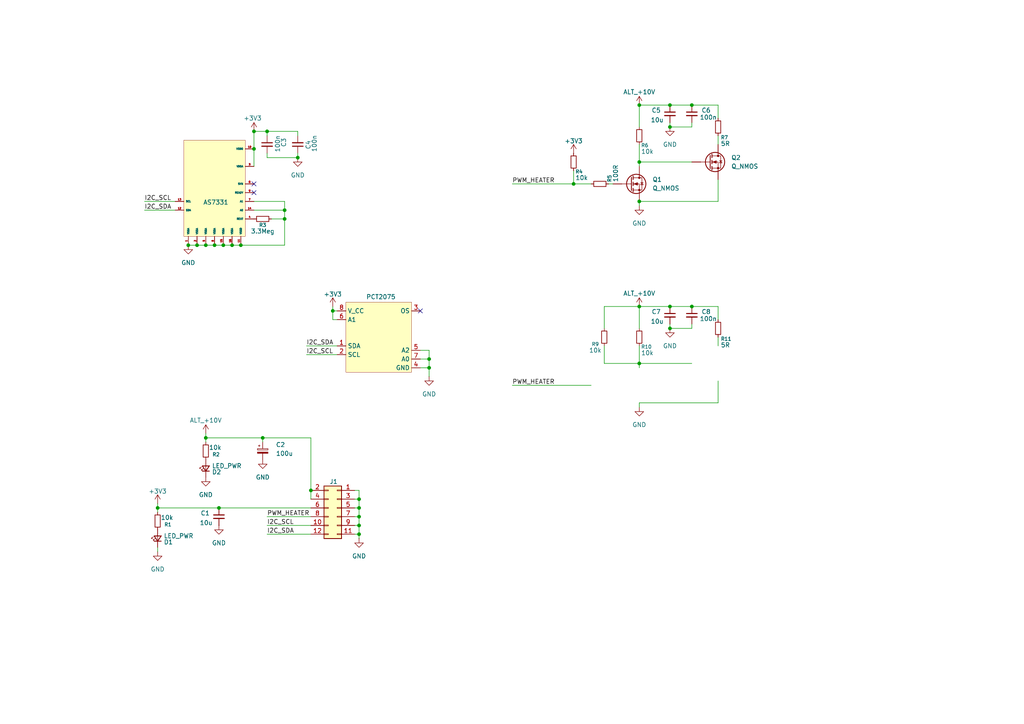
<source format=kicad_sch>
(kicad_sch (version 20250114) (generator "eeschema") (generator_version "9.0")
  (paper "A4")
  (lib_symbols
    (symbol "Connector_Generic:Conn_02x06_Odd_Even" (pin_names (offset 1.016) (hide yes))
      (property "Reference" "J" (at 1.27 7.62 0))
      (property "Value" "Conn_02x06_Odd_Even" (at 1.27 -10.16 0))
      (symbol "Conn_02x06_Odd_Even_1_1"
        (rectangle (start -1.27 6.35) (end 3.81 -8.89) (stroke (width 0.254)) (fill (type background)))
        (rectangle (start -1.27 5.207) (end 0 4.953) (stroke (width 0.1524)))
        (rectangle (start -1.27 2.667) (end 0 2.413) (stroke (width 0.1524)))
        (rectangle (start -1.27 0.127) (end 0 -0.127) (stroke (width 0.1524)))
        (rectangle (start -1.27 -2.413) (end 0 -2.667) (stroke (width 0.1524)))
        (rectangle (start -1.27 -4.953) (end 0 -5.207) (stroke (width 0.1524)))
        (rectangle (start -1.27 -7.493) (end 0 -7.747) (stroke (width 0.1524)))
        (rectangle (start 3.81 5.207) (end 2.54 4.953) (stroke (width 0.1524)))
        (rectangle (start 3.81 2.667) (end 2.54 2.413) (stroke (width 0.1524)))
        (rectangle (start 3.81 0.127) (end 2.54 -0.127) (stroke (width 0.1524)))
        (rectangle (start 3.81 -2.413) (end 2.54 -2.667) (stroke (width 0.1524)))
        (rectangle (start 3.81 -4.953) (end 2.54 -5.207) (stroke (width 0.1524)))
        (rectangle (start 3.81 -7.493) (end 2.54 -7.747) (stroke (width 0.1524)))
        (pin passive line (at -5.08 5.08 0) (length 3.81) (name "Pin_1") (number "1"))
        (pin passive line (at -5.08 2.54 0) (length 3.81) (name "Pin_3") (number "3"))
        (pin passive line (at -5.08 0 0) (length 3.81) (name "Pin_5") (number "5"))
        (pin passive line (at -5.08 -2.54 0) (length 3.81) (name "Pin_7") (number "7"))
        (pin passive line (at -5.08 -5.08 0) (length 3.81) (name "Pin_9") (number "9"))
        (pin passive line (at -5.08 -7.62 0) (length 3.81) (name "Pin_11") (number "11"))
        (pin passive line (at 7.62 5.08 180) (length 3.81) (name "Pin_2") (number "2"))
        (pin passive line (at 7.62 2.54 180) (length 3.81) (name "Pin_4") (number "4"))
        (pin passive line (at 7.62 0 180) (length 3.81) (name "Pin_6") (number "6"))
        (pin passive line (at 7.62 -2.54 180) (length 3.81) (name "Pin_8") (number "8"))
        (pin passive line (at 7.62 -5.08 180) (length 3.81) (name "Pin_10") (number "10"))
        (pin passive line (at 7.62 -7.62 180) (length 3.81) (name "Pin_12") (number "12"))
      )
    )
    (symbol "Device:C_Polarized_Small" (pin_numbers (hide yes)) (pin_names (offset 0.254) (hide yes))
      (property "Reference" "C" (at 0.254 1.778 0))
      (property "Value" "C_Polarized_Small" (at 0.254 -2.032 0))
      (symbol "C_Polarized_Small_0_1"
        (rectangle (start -1.524 0.6858) (end 1.524 0.3048))
        (rectangle (start -1.524 -0.3048) (end 1.524 -0.6858) (fill (type outline)))
        (polyline (pts (xy -1.27 1.524) (xy -0.762 1.524)))
        (polyline (pts (xy -1.016 1.27) (xy -1.016 1.778)))
      )
      (symbol "C_Polarized_Small_1_1"
        (pin passive line (at 0 2.54 270) (length 1.8542) (name "~") (number "1"))
        (pin passive line (at 0 -2.54 90) (length 1.8542) (name "~") (number "2"))
      )
    )
    (symbol "Device:C_Small" (pin_numbers (hide yes)) (pin_names (offset 0.254) (hide yes))
      (property "Reference" "C" (at 0.254 1.778 0))
      (property "Value" "C_Small" (at 0.254 -2.032 0))
      (symbol "C_Small_0_1"
        (polyline (pts (xy -1.524 0.508) (xy 1.524 0.508)) (stroke (width 0.3048)))
        (polyline (pts (xy -1.524 -0.508) (xy 1.524 -0.508)) (stroke (width 0.3302)))
      )
      (symbol "C_Small_1_1"
        (pin passive line (at 0 2.54 270) (length 2.032) (name "~") (number "1"))
        (pin passive line (at 0 -2.54 90) (length 2.032) (name "~") (number "2"))
      )
    )
    (symbol "Device:LED_Small" (pin_numbers (hide yes)) (pin_names (offset 0.254) (hide yes))
      (property "Reference" "D" (at -1.27 3.175 0))
      (property "Value" "LED_Small" (at -4.445 -2.54 0))
      (symbol "LED_Small_0_1"
        (polyline (pts (xy -0.762 -1.016) (xy -0.762 1.016)) (stroke (width 0.254)))
        (polyline (pts (xy 0 0.762) (xy -0.508 1.27) (xy -0.254 1.27) (xy -0.508 1.27) (xy -0.508 1.016)))
        (polyline (pts (xy 0.508 1.27) (xy 0 1.778) (xy 0.254 1.778) (xy 0 1.778) (xy 0 1.524)))
        (polyline (pts (xy 0.762 -1.016) (xy -0.762 0) (xy 0.762 1.016) (xy 0.762 -1.016)) (stroke (width 0.254)))
        (polyline (pts (xy 1.016 0) (xy -0.762 0)))
      )
      (symbol "LED_Small_1_1"
        (pin passive line (at -2.54 0 0) (length 1.778) (name "K") (number "1"))
        (pin passive line (at 2.54 0 180) (length 1.778) (name "A") (number "2"))
      )
    )
    (symbol "Device:Q_NMOS" (pin_numbers (hide yes)) (pin_names (offset 0) (hide yes))
      (property "Reference" "Q" (at 5.08 1.27 0))
      (property "Value" "Q_NMOS" (at 5.08 -1.27 0))
      (symbol "Q_NMOS_0_1"
        (polyline (pts (xy 0.254 1.905) (xy 0.254 -1.905)) (stroke (width 0.254)))
        (polyline (pts (xy 0.254 0) (xy -2.54 0)))
        (polyline (pts (xy 0.762 2.286) (xy 0.762 1.27)) (stroke (width 0.254)))
        (polyline (pts (xy 0.762 0.508) (xy 0.762 -0.508)) (stroke (width 0.254)))
        (polyline (pts (xy 0.762 -1.27) (xy 0.762 -2.286)) (stroke (width 0.254)))
        (polyline (pts (xy 0.762 -1.778) (xy 3.302 -1.778) (xy 3.302 1.778) (xy 0.762 1.778)))
        (polyline (pts (xy 1.016 0) (xy 2.032 0.381) (xy 2.032 -0.381) (xy 1.016 0)) (fill (type outline)))
        (circle (center 1.651 0) (radius 2.794) (stroke (width 0.254)))
        (polyline (pts (xy 2.54 2.54) (xy 2.54 1.778)))
        (circle (center 2.54 1.778) (radius 0.254) (fill (type outline)))
        (circle (center 2.54 -1.778) (radius 0.254) (fill (type outline)))
        (polyline (pts (xy 2.54 -2.54) (xy 2.54 0) (xy 0.762 0)))
        (polyline (pts (xy 2.921 0.381) (xy 3.683 0.381)))
        (polyline (pts (xy 3.302 0.381) (xy 2.921 -0.254) (xy 3.683 -0.254) (xy 3.302 0.381)))
      )
      (symbol "Q_NMOS_1_1"
        (pin input line (at -5.08 0 0) (length 2.54) (name "G") (number "G"))
        (pin passive line (at 2.54 5.08 270) (length 2.54) (name "D") (number "D"))
        (pin passive line (at 2.54 -5.08 90) (length 2.54) (name "S") (number "S"))
      )
    )
    (symbol "Device:R_Small" (pin_numbers (hide yes)) (pin_names (offset 0.254) (hide yes))
      (property "Reference" "R" (at 0 0 90))
      (property "Value" "R_Small" (at 1.778 0 90))
      (symbol "R_Small_0_1"
        (rectangle (start -0.762 1.778) (end 0.762 -1.778) (stroke (width 0.2032)))
      )
      (symbol "R_Small_1_1"
        (pin passive line (at 0 2.54 270) (length 0.762) (name "~") (number "1"))
        (pin passive line (at 0 -2.54 90) (length 0.762) (name "~") (number "2"))
      )
    )
    (symbol "SO_Symbols:AS7331-AQFM"
      (property "Value" "AS7331" (at -3.302 -0.254 0))
      (symbol "AS7331-AQFM_1_1"
        (rectangle (start -8.89 17.78) (end 8.89 -10.16) (stroke (width 0.0065)) (fill (type background)))
        (pin input line (at -11.43 0 0) (length 2.54) (name "SCL") (number "13"))
        (pin open_collector line (at -11.43 -2.54 0) (length 2.54) (name "SDA") (number "12"))
        (pin power_in line (at -7.62 -12.7 90) (length 2.54) (name "VSSA") (number "1"))
        (pin power_in line (at -5.08 -12.7 90) (length 2.54) (name "VSSA") (number "2"))
        (pin power_in line (at -2.54 -12.7 90) (length 2.54) (name "VSSA") (number "5"))
        (pin power_in line (at 0 -12.7 90) (length 2.54) (name "VSSA") (number "6"))
        (pin power_in line (at 2.54 -12.7 90) (length 2.54) (name "VSSA") (number "15"))
        (pin power_in line (at 5.08 -12.7 90) (length 2.54) (name "VSSA") (number "16"))
        (pin power_in line (at 7.62 -12.7 90) (length 2.54) (name "VSSD") (number "11"))
        (pin power_in line (at 11.43 15.24 180) (length 2.54) (name "VDDD") (number "10"))
        (pin power_in line (at 11.43 10.16 180) (length 2.54) (name "VDDA") (number "3"))
        (pin input line (at 11.43 5.08 180) (length 2.54) (name "SYN") (number "8"))
        (pin output line (at 11.43 2.54 180) (length 2.54) (name "READY") (number "9"))
        (pin input line (at 11.43 0 180) (length 2.54) (name "A1") (number "7"))
        (pin input line (at 11.43 -2.54 180) (length 2.54) (name "A0") (number "14"))
        (pin passive line (at 11.43 -5.08 180) (length 2.54) (name "REXT") (number "4"))
      )
    )
    (symbol "power:+10V" (power) (pin_numbers (hide yes)) (pin_names (offset 0) (hide yes))
      (property "Value" "+10V" (at 0 3.556 0))
      (symbol "+10V_0_1"
        (polyline (pts (xy -0.762 1.27) (xy 0 2.54)))
        (polyline (pts (xy 0 2.54) (xy 0.762 1.27)))
        (polyline (pts (xy 0 0) (xy 0 2.54)))
      )
      (symbol "+10V_1_1"
        (pin power_in line (at 0 0 90) (length 0) (name "~") (number "1"))
      )
    )
    (symbol "power:+3V3" (power) (pin_numbers (hide yes)) (pin_names (offset 0) (hide yes))
      (property "Value" "+3V3" (at 0 3.556 0))
      (symbol "+3V3_0_1"
        (polyline (pts (xy -0.762 1.27) (xy 0 2.54)))
        (polyline (pts (xy 0 2.54) (xy 0.762 1.27)))
        (polyline (pts (xy 0 0) (xy 0 2.54)))
      )
      (symbol "+3V3_1_1"
        (pin power_in line (at 0 0 90) (length 0) (name "~") (number "1"))
      )
    )
    (symbol "power:GND" (power) (pin_numbers (hide yes)) (pin_names (offset 0) (hide yes))
      (property "Value" "GND" (at 0 -3.81 0))
      (symbol "GND_0_1"
        (polyline (pts (xy 0 0) (xy 0 -1.27) (xy 1.27 -1.27) (xy 0 -2.54) (xy -1.27 -1.27) (xy 0 -1.27)))
      )
      (symbol "GND_1_1"
        (pin power_in line (at 0 0 270) (length 0) (name "~") (number "1"))
      )
    )
    (symbol "so_26_obc_library:PCT2075"
      (property "Value" "PCT2075" (at 0.254 19.812 0))
      (symbol "PCT2075_1_1"
        (rectangle (start -8.89 22.86) (end 10.16 2.54) (stroke (width 0.0065)) (fill (type background)))
        (pin power_in line (at -11.43 20.32 0) (length 2.54) (name "V_CC") (number "8"))
        (pin input line (at -11.43 17.78 0) (length 2.54) (name "A1") (number "6"))
        (pin input line (at -11.43 10.16 0) (length 2.54) (name "SDA") (number "1"))
        (pin input line (at -11.43 7.62 0) (length 2.54) (name "SCL") (number "2"))
        (pin input line (at 12.7 20.32 180) (length 2.54) (name "OS") (number "3"))
        (pin input line (at 12.7 8.89 180) (length 2.54) (name "A2") (number "5"))
        (pin input line (at 12.7 6.35 180) (length 2.54) (name "A0") (number "7"))
        (pin input line (at 12.7 3.81 180) (length 2.54) (name "GND") (number "4"))
      )
    )
  )
  (junction (at 62.23 71.12))
  (junction (at 194.31 88.9))
  (junction (at 69.85 71.12))
  (junction (at 185.42 105.41))
  (junction (at 200.66 88.9))
  (junction (at 194.31 36.83))
  (junction (at 104.14 152.4))
  (junction (at 59.69 127))
  (junction (at 54.61 71.12))
  (junction (at 76.2 127))
  (junction (at 73.66 38.1))
  (junction (at 104.14 149.86))
  (junction (at 90.17 142.24))
  (junction (at 185.42 58.42))
  (junction (at 57.15 71.12))
  (junction (at 64.77 71.12))
  (junction (at 86.36 45.72))
  (junction (at 185.42 30.48))
  (junction (at 82.55 63.5))
  (junction (at 185.42 88.9))
  (junction (at 104.14 144.78))
  (junction (at 104.14 154.94))
  (junction (at 77.47 38.1))
  (junction (at 185.42 46.99))
  (junction (at 67.31 71.12))
  (junction (at 59.69 71.12))
  (junction (at 73.66 43.18))
  (junction (at 45.72 147.32))
  (junction (at 96.52 90.17))
  (junction (at 194.31 30.48))
  (junction (at 82.55 60.96))
  (junction (at 124.46 106.68))
  (junction (at 63.5 147.32))
  (junction (at 166.37 53.34))
  (junction (at 200.66 30.48))
  (junction (at 104.14 147.32))
  (junction (at 124.46 104.14))
  (junction (at 194.31 95.25))
  (no_connect (at 73.66 55.88))
  (no_connect (at 121.92 90.17))
  (no_connect (at 73.66 53.34))
  (wire (pts (xy 104.14 154.94) (xy 104.14 156.21)))
  (wire (pts (xy 185.42 58.42) (xy 185.42 59.69)))
  (wire (pts (xy 67.31 71.12) (xy 69.85 71.12)))
  (wire (pts (xy 185.42 46.99) (xy 200.66 46.99)))
  (wire (pts (xy 194.31 35.56) (xy 194.31 36.83)))
  (wire (pts (xy 63.5 147.32) (xy 90.17 147.32)))
  (wire (pts (xy 77.47 154.94) (xy 90.17 154.94)))
  (wire (pts (xy 208.28 41.91) (xy 208.28 39.37)))
  (wire (pts (xy 194.31 95.25) (xy 200.66 95.25)))
  (wire (pts (xy 175.26 88.9) (xy 175.26 95.25)))
  (wire (pts (xy 121.92 104.14) (xy 124.46 104.14)))
  (wire (pts (xy 121.92 106.68) (xy 124.46 106.68)))
  (wire (pts (xy 185.42 100.33) (xy 185.42 105.41)))
  (wire (pts (xy 104.14 152.4) (xy 104.14 154.94)))
  (wire (pts (xy 185.42 105.41) (xy 200.66 105.41)))
  (wire (pts (xy 77.47 45.72) (xy 77.47 44.45)))
  (wire (pts (xy 194.31 88.9) (xy 200.66 88.9)))
  (wire (pts (xy 104.14 144.78) (xy 104.14 147.32)))
  (wire (pts (xy 96.52 92.71) (xy 96.52 90.17)))
  (wire (pts (xy 208.28 58.42) (xy 185.42 58.42)))
  (wire (pts (xy 104.14 149.86) (xy 104.14 152.4)))
  (wire (pts (xy 175.26 100.33) (xy 175.26 105.41)))
  (wire (pts (xy 185.42 46.99) (xy 185.42 48.26)))
  (wire (pts (xy 82.55 63.5) (xy 82.55 71.12)))
  (wire (pts (xy 185.42 41.91) (xy 185.42 46.99)))
  (wire (pts (xy 45.72 147.32) (xy 63.5 147.32)))
  (wire (pts (xy 82.55 60.96) (xy 82.55 63.5)))
  (wire (pts (xy 82.55 58.42) (xy 82.55 60.96)))
  (wire (pts (xy 78.74 63.5) (xy 82.55 63.5)))
  (wire (pts (xy 88.9 100.33) (xy 97.79 100.33)))
  (wire (pts (xy 102.87 149.86) (xy 104.14 149.86)))
  (wire (pts (xy 185.42 88.9) (xy 175.26 88.9)))
  (wire (pts (xy 73.66 43.18) (xy 73.66 48.26)))
  (wire (pts (xy 59.69 125.73) (xy 59.69 127)))
  (wire (pts (xy 200.66 88.9) (xy 208.28 88.9)))
  (wire (pts (xy 64.77 71.12) (xy 67.31 71.12)))
  (wire (pts (xy 185.42 116.84) (xy 185.42 118.11)))
  (wire (pts (xy 102.87 154.94) (xy 104.14 154.94)))
  (wire (pts (xy 57.15 71.12) (xy 59.69 71.12)))
  (wire (pts (xy 200.66 35.56) (xy 200.66 36.83)))
  (wire (pts (xy 90.17 142.24) (xy 90.17 144.78)))
  (wire (pts (xy 208.28 52.07) (xy 208.28 58.42)))
  (wire (pts (xy 54.61 71.12) (xy 57.15 71.12)))
  (wire (pts (xy 73.66 38.1) (xy 73.66 43.18)))
  (wire (pts (xy 45.72 147.32) (xy 45.72 148.59)))
  (wire (pts (xy 86.36 39.37) (xy 86.36 38.1)))
  (wire (pts (xy 208.28 116.84) (xy 185.42 116.84)))
  (wire (pts (xy 102.87 147.32) (xy 104.14 147.32)))
  (wire (pts (xy 102.87 144.78) (xy 104.14 144.78)))
  (wire (pts (xy 121.92 101.6) (xy 124.46 101.6)))
  (wire (pts (xy 59.69 71.12) (xy 62.23 71.12)))
  (wire (pts (xy 185.42 95.25) (xy 185.42 88.9)))
  (wire (pts (xy 77.47 38.1) (xy 77.47 39.37)))
  (wire (pts (xy 77.47 38.1) (xy 73.66 38.1)))
  (wire (pts (xy 41.91 60.96) (xy 50.8 60.96)))
  (wire (pts (xy 148.59 111.76) (xy 171.45 111.76)))
  (wire (pts (xy 166.37 53.34) (xy 171.45 53.34)))
  (wire (pts (xy 200.66 30.48) (xy 208.28 30.48)))
  (wire (pts (xy 90.17 127) (xy 90.17 142.24)))
  (wire (pts (xy 185.42 36.83) (xy 185.42 30.48)))
  (wire (pts (xy 124.46 104.14) (xy 124.46 106.68)))
  (wire (pts (xy 208.28 30.48) (xy 208.28 34.29)))
  (wire (pts (xy 76.2 128.27) (xy 76.2 127)))
  (wire (pts (xy 77.47 149.86) (xy 90.17 149.86)))
  (wire (pts (xy 62.23 71.12) (xy 64.77 71.12)))
  (wire (pts (xy 77.47 152.4) (xy 90.17 152.4)))
  (wire (pts (xy 88.9 102.87) (xy 97.79 102.87)))
  (wire (pts (xy 208.28 100.33) (xy 208.28 97.79)))
  (wire (pts (xy 41.91 58.42) (xy 50.8 58.42)))
  (wire (pts (xy 59.69 127) (xy 76.2 127)))
  (wire (pts (xy 194.31 36.83) (xy 200.66 36.83)))
  (wire (pts (xy 86.36 45.72) (xy 86.36 44.45)))
  (wire (pts (xy 176.53 53.34) (xy 177.8 53.34)))
  (wire (pts (xy 104.14 147.32) (xy 104.14 149.86)))
  (wire (pts (xy 200.66 93.98) (xy 200.66 95.25)))
  (wire (pts (xy 96.52 90.17) (xy 96.52 88.9)))
  (wire (pts (xy 148.59 53.34) (xy 166.37 53.34)))
  (wire (pts (xy 194.31 93.98) (xy 194.31 95.25)))
  (wire (pts (xy 185.42 88.9) (xy 194.31 88.9)))
  (wire (pts (xy 77.47 45.72) (xy 86.36 45.72)))
  (wire (pts (xy 185.42 30.48) (xy 194.31 30.48)))
  (wire (pts (xy 82.55 71.12) (xy 69.85 71.12)))
  (wire (pts (xy 104.14 142.24) (xy 104.14 144.78)))
  (wire (pts (xy 194.31 30.48) (xy 200.66 30.48)))
  (wire (pts (xy 86.36 38.1) (xy 77.47 38.1)))
  (wire (pts (xy 97.79 92.71) (xy 96.52 92.71)))
  (wire (pts (xy 102.87 142.24) (xy 104.14 142.24)))
  (wire (pts (xy 102.87 152.4) (xy 104.14 152.4)))
  (wire (pts (xy 45.72 146.05) (xy 45.72 147.32)))
  (wire (pts (xy 124.46 101.6) (xy 124.46 104.14)))
  (wire (pts (xy 73.66 60.96) (xy 82.55 60.96)))
  (wire (pts (xy 166.37 49.53) (xy 166.37 53.34)))
  (wire (pts (xy 185.42 105.41) (xy 185.42 106.68)))
  (wire (pts (xy 208.28 110.49) (xy 208.28 116.84)))
  (wire (pts (xy 76.2 127) (xy 90.17 127)))
  (wire (pts (xy 124.46 106.68) (xy 124.46 109.22)))
  (wire (pts (xy 59.69 128.27) (xy 59.69 127)))
  (wire (pts (xy 73.66 58.42) (xy 82.55 58.42)))
  (wire (pts (xy 45.72 158.75) (xy 45.72 160.02)))
  (wire (pts (xy 208.28 88.9) (xy 208.28 92.71)))
  (wire (pts (xy 175.26 105.41) (xy 185.42 105.41)))
  (wire (pts (xy 96.52 90.17) (xy 97.79 90.17)))
  (label "I2C_SDA" (at 88.9 100.33 0))
  (label "I2C_SDA" (at 77.47 154.94 0))
  (label "I2C_SCL" (at 88.9 102.87 0))
  (label "I2C_SCL" (at 77.47 152.4 0))
  (label "I2C_SDA" (at 41.91 60.96 0))
  (label "PWM_HEATER" (at 148.59 53.34 0))
  (label "PWM_HEATER" (at 148.59 111.76 0))
  (label "PWM_HEATER" (at 77.47 149.86 0))
  (label "I2C_SCL" (at 41.91 58.42 0))
  (symbol (lib_id "power:+10V") (at 185.42 88.9 0) (unit 1)
    (property "Reference" "#PWR018" (effects (hide yes)))
    (property "Value" "ALT_+10V" (at 185.42 85.09 0))
    (property "Description" "Power symbol creates a global label with name \"+10V\"" (effects (hide yes)))
  )
  (symbol (lib_id "Connector_Generic:Conn_02x06_Odd_Even") (at 97.79 147.32 0) (mirror y) (unit 1)
    (property "Reference" "J1" (at 96.774 139.7 0))
    (property "Value" "Conn_02x06_Odd_Even" (effects (hide yes)))
    (property "Footprint" "Connector_PinSocket_2.54mm:PinSocket_2x06_P2.54mm_Vertical" (effects (hide yes)))
    (property "Description" "Generic connector, double row, 02x06, odd/even pin numbering scheme (row 1 odd numbers, row 2 even numbers), script generated (kicad-library-utils/schlib/autogen/connector/)" (effects (hide yes)))
  )
  (symbol (lib_id "Device:R_Small") (at 208.28 36.83 0) (unit 1)
    (property "Reference" "R7" (at 209.042 39.878 0) (effects (font (size 1.016 1.016)) (justify left)))
    (property "Value" "5R" (at 209.042 41.656 0) (effects (justify left)))
    (property "Description" "Resistor, small symbol" (effects (hide yes)))
  )
  (symbol (lib_id "power:GND") (at 59.69 138.43 0) (unit 1)
    (property "Reference" "#PWR05" (effects (hide yes)))
    (property "Value" "GND" (at 59.69 143.51 0))
    (property "Description" "Power symbol creates a global label with name \"GND\" , ground" (effects (hide yes)))
  )
  (symbol (lib_id "Device:LED_Small") (at 59.69 135.89 90) (unit 1)
    (property "Reference" "D2" (at 61.468 136.906 90) (effects (justify right)))
    (property "Value" "LED_PWR" (at 61.468 135.128 90) (effects (justify right)))
    (property "Footprint" "LED_SMD:LED_0805_2012Metric_Pad1.15x1.40mm_HandSolder" (effects (hide yes)))
    (property "Description" "Light emitting diode, small symbol" (effects (hide yes)))
    (property "Sim.Pin" "1=K 2=A" (effects (hide yes)))
  )
  (symbol (lib_id "power:+3V3") (at 96.52 88.9 0) (unit 1)
    (property "Reference" "#PWR010" (effects (hide yes)))
    (property "Value" "+3V3" (at 96.52 85.344 0))
    (property "Description" "Power symbol creates a global label with name \"+3V3\"" (effects (hide yes)))
  )
  (symbol (lib_id "power:+10V") (at 185.42 30.48 0) (unit 1)
    (property "Reference" "#PWR014" (effects (hide yes)))
    (property "Value" "ALT_+10V" (at 185.42 26.67 0))
    (property "Description" "Power symbol creates a global label with name \"+10V\"" (effects (hide yes)))
  )
  (symbol (lib_id "Device:C_Small") (at 200.66 91.44 0) (unit 1)
    (property "Reference" "C8" (at 203.454 90.424 0) (effects (justify left)))
    (property "Value" "100n" (at 202.946 92.456 0) (effects (justify left)))
    (property "Footprint" "Capacitor_SMD:C_0805_2012Metric_Pad1.18x1.45mm_HandSolder" (effects (hide yes)))
    (property "Description" "Unpolarized capacitor, small symbol" (effects (hide yes)))
  )
  (symbol (lib_id "power:+3V3") (at 73.66 38.1 0) (unit 1)
    (property "Reference" "#PWR07" (effects (hide yes)))
    (property "Value" "+3V3" (at 70.612 34.29 0) (effects (justify left)))
    (property "Description" "Power symbol creates a global label with name \"+3V3\"" (effects (hide yes)))
  )
  (symbol (lib_id "power:GND") (at 86.36 45.72 0) (unit 1)
    (property "Reference" "#PWR09" (effects (hide yes)))
    (property "Value" "GND" (at 86.36 50.8 0))
    (property "Description" "Power symbol creates a global label with name \"GND\" , ground" (effects (hide yes)))
  )
  (symbol (lib_id "power:+3V3") (at 166.37 44.45 0) (unit 1)
    (property "Reference" "#PWR013" (effects (hide yes)))
    (property "Value" "+3V3" (at 166.37 40.894 0))
    (property "Description" "Power symbol creates a global label with name \"+3V3\"" (effects (hide yes)))
  )
  (symbol (lib_id "Device:C_Polarized_Small") (at 76.2 130.81 0) (unit 1)
    (property "Reference" "C2" (at 80.01 128.9938 0) (effects (justify left)))
    (property "Value" "100u" (at 80.01 131.5338 0) (effects (justify left)))
    (property "Footprint" "Capacitor_THT:CP_Radial_D6.3mm_P2.50mm" (effects (hide yes)))
    (property "Description" "Polarized capacitor, small symbol" (effects (hide yes)))
  )
  (symbol (lib_id "Device:R_Small") (at 185.42 97.79 0) (unit 1)
    (property "Reference" "R10" (at 185.928 100.584 0) (effects (font (size 1.016 1.016)) (justify left)))
    (property "Value" "10k" (at 185.928 102.362 0) (effects (justify left)))
    (property "Footprint" "Resistor_SMD:R_0805_2012Metric_Pad1.20x1.40mm_HandSolder" (effects (hide yes)))
    (property "Description" "Resistor, small symbol" (effects (hide yes)))
  )
  (symbol (lib_id "Device:C_Small") (at 63.5 149.86 0) (unit 1)
    (property "Reference" "C1" (at 58.166 148.844 0) (effects (justify left)))
    (property "Value" "10u" (at 57.912 151.638 0) (effects (justify left)))
    (property "Footprint" "Capacitor_SMD:C_1206_3216Metric_Pad1.33x1.80mm_HandSolder" (effects (hide yes)))
    (property "Description" "Unpolarized capacitor, small symbol" (effects (hide yes)))
  )
  (symbol (lib_id "Device:Q_NMOS") (at 205.74 46.99 0) (unit 1)
    (property "Reference" "Q2" (at 212.09 45.7199 0) (effects (justify left)))
    (property "Value" "Q_NMOS" (at 212.09 48.2599 0) (effects (justify left)))
    (property "Description" "N-MOSFET transistor" (effects (hide yes)))
  )
  (symbol (lib_id "SO_Symbols:AS7331-AQFM") (at 62.23 58.42 0) (unit 1)
    (property "Reference" "U1" (effects (hide yes)))
    (property "Value" "AS7331" (at 58.928 58.674 0) (effects (justify left)))
    (property "Datasheet" "https://no.mouser.com/datasheet/3/5912/1/AS7331_DS001047_4_00.pdf" (effects (hide yes)))
  )
  (symbol (lib_id "Device:R_Small") (at 175.26 97.79 180) (unit 1)
    (property "Reference" "R9" (at 173.736 99.822 0) (effects (font (size 1.016 1.016)) (justify left)))
    (property "Value" "10k" (at 174.498 101.6 0) (effects (justify left)))
    (property "Footprint" "Resistor_SMD:R_0805_2012Metric_Pad1.20x1.40mm_HandSolder" (effects (hide yes)))
    (property "Description" "Resistor, small symbol" (effects (hide yes)))
  )
  (symbol (lib_id "Device:C_Small") (at 194.31 33.02 0) (unit 1)
    (property "Reference" "C5" (at 188.976 32.004 0) (effects (justify left)))
    (property "Value" "10u" (at 188.722 34.798 0) (effects (justify left)))
    (property "Footprint" "Capacitor_SMD:C_1206_3216Metric_Pad1.33x1.80mm_HandSolder" (effects (hide yes)))
    (property "Description" "Unpolarized capacitor, small symbol" (effects (hide yes)))
  )
  (symbol (lib_id "Device:LED_Small") (at 45.72 156.21 90) (unit 1)
    (property "Reference" "D1" (at 47.498 157.226 90) (effects (justify right)))
    (property "Value" "LED_PWR" (at 47.498 155.448 90) (effects (justify right)))
    (property "Footprint" "LED_SMD:LED_0805_2012Metric_Pad1.15x1.40mm_HandSolder" (effects (hide yes)))
    (property "Description" "Light emitting diode, small symbol" (effects (hide yes)))
    (property "Sim.Pin" "1=K 2=A" (effects (hide yes)))
  )
  (symbol (lib_id "power:GND") (at 45.72 160.02 0) (unit 1)
    (property "Reference" "#PWR02" (effects (hide yes)))
    (property "Value" "GND" (at 45.72 165.1 0))
    (property "Description" "Power symbol creates a global label with name \"GND\" , ground" (effects (hide yes)))
  )
  (symbol (lib_id "power:+3V3") (at 45.72 146.05 0) (unit 1)
    (property "Reference" "#PWR01" (effects (hide yes)))
    (property "Value" "+3V3" (at 45.72 142.494 0))
    (property "Description" "Power symbol creates a global label with name \"+3V3\"" (effects (hide yes)))
  )
  (symbol (lib_id "Device:C_Small") (at 86.36 41.91 180) (unit 1)
    (property "Reference" "C4" (at 89.408 40.64 90) (effects (justify left)))
    (property "Value" "100n" (at 91.186 39.116 90) (effects (justify left)))
    (property "Footprint" "Capacitor_SMD:C_0805_2012Metric_Pad1.18x1.45mm_HandSolder" (effects (hide yes)))
    (property "Description" "Unpolarized capacitor, small symbol" (effects (hide yes)))
  )
  (symbol (lib_id "power:GND") (at 194.31 36.83 0) (unit 1)
    (property "Reference" "#PWR016" (effects (hide yes)))
    (property "Value" "GND" (at 194.31 41.91 0))
    (property "Description" "Power symbol creates a global label with name \"GND\" , ground" (effects (hide yes)))
  )
  (symbol (lib_id "so_26_obc_library:PCT2075") (at 109.22 110.49 0) (unit 1)
    (property "Reference" "U2" (effects (hide yes)))
    (property "Value" "PCT2075" (at 110.49 86.106 0))
    (property "Footprint" "Package_SO:TSSOP-8_3x3mm_P0.65mm" (effects (hide yes)))
    (property "Datasheet" "https://www.nxp.com/docs/en/data-sheet/PCT2075.pdf" (effects (hide yes)))
  )
  (symbol (lib_id "Device:C_Small") (at 194.31 91.44 0) (unit 1)
    (property "Reference" "C7" (at 188.976 90.424 0) (effects (justify left)))
    (property "Value" "10u" (at 188.722 93.218 0) (effects (justify left)))
    (property "Footprint" "Capacitor_SMD:C_1206_3216Metric_Pad1.33x1.80mm_HandSolder" (effects (hide yes)))
    (property "Description" "Unpolarized capacitor, small symbol" (effects (hide yes)))
  )
  (symbol (lib_id "Device:R_Small") (at 76.2 63.5 90) (unit 1)
    (property "Reference" "R3" (at 76.2 65.278 90) (effects (font (size 1.016 1.016))))
    (property "Value" "3.3Meg" (at 76.2 67.056 90))
    (property "Footprint" "Resistor_SMD:R_0805_2012Metric_Pad1.20x1.40mm_HandSolder" (effects (hide yes)))
    (property "Description" "Resistor, small symbol" (effects (hide yes)))
  )
  (symbol (lib_id "Device:R_Small") (at 173.99 53.34 90) (unit 1)
    (property "Reference" "R5" (at 176.784 52.832 0) (effects (font (size 1.016 1.016)) (justify left)))
    (property "Value" "100R" (at 178.562 52.832 0) (effects (justify left)))
    (property "Footprint" "Resistor_SMD:R_0805_2012Metric_Pad1.20x1.40mm_HandSolder" (effects (hide yes)))
    (property "Description" "Resistor, small symbol" (effects (hide yes)))
  )
  (symbol (lib_id "power:GND") (at 124.46 109.22 0) (unit 1)
    (property "Reference" "#PWR012" (effects (hide yes)))
    (property "Value" "GND" (at 124.46 114.3 0))
    (property "Description" "Power symbol creates a global label with name \"GND\" , ground" (effects (hide yes)))
  )
  (symbol (lib_id "power:GND") (at 76.2 133.35 0) (unit 1)
    (property "Reference" "#PWR08" (effects (hide yes)))
    (property "Value" "GND" (at 76.2 138.43 0))
    (property "Description" "Power symbol creates a global label with name \"GND\" , ground" (effects (hide yes)))
  )
  (symbol (lib_id "Device:R_Small") (at 59.69 130.81 180) (unit 1)
    (property "Reference" "R2" (at 63.754 131.826 0) (effects (font (size 1.016 1.016)) (justify left)))
    (property "Value" "10k" (at 64.262 129.794 0) (effects (justify left)))
    (property "Footprint" "Resistor_SMD:R_0805_2012Metric_Pad1.20x1.40mm_HandSolder" (effects (hide yes)))
    (property "Description" "Resistor, small symbol" (effects (hide yes)))
  )
  (symbol (lib_id "power:GND") (at 194.31 95.25 0) (unit 1)
    (property "Reference" "#PWR020" (effects (hide yes)))
    (property "Value" "GND" (at 194.31 100.33 0))
    (property "Description" "Power symbol creates a global label with name \"GND\" , ground" (effects (hide yes)))
  )
  (symbol (lib_id "power:GND") (at 54.61 71.12 0) (unit 1)
    (property "Reference" "#PWR03" (effects (hide yes)))
    (property "Value" "GND" (at 54.61 76.2 0))
    (property "Description" "Power symbol creates a global label with name \"GND\" , ground" (effects (hide yes)))
  )
  (symbol (lib_id "Device:R_Small") (at 185.42 39.37 0) (unit 1)
    (property "Reference" "R6" (at 185.928 42.164 0) (effects (font (size 1.016 1.016)) (justify left)))
    (property "Value" "10k" (at 185.928 43.942 0) (effects (justify left)))
    (property "Footprint" "Resistor_SMD:R_0805_2012Metric_Pad1.20x1.40mm_HandSolder" (effects (hide yes)))
    (property "Description" "Resistor, small symbol" (effects (hide yes)))
  )
  (symbol (lib_id "power:GND") (at 104.14 156.21 0) (unit 1)
    (property "Reference" "#PWR011" (effects (hide yes)))
    (property "Value" "GND" (at 104.14 161.29 0))
    (property "Description" "Power symbol creates a global label with name \"GND\" , ground" (effects (hide yes)))
  )
  (symbol (lib_id "Device:C_Small") (at 200.66 33.02 0) (unit 1)
    (property "Reference" "C6" (at 203.454 32.004 0) (effects (justify left)))
    (property "Value" "100n" (at 202.946 34.036 0) (effects (justify left)))
    (property "Footprint" "Capacitor_SMD:C_0805_2012Metric_Pad1.18x1.45mm_HandSolder" (effects (hide yes)))
    (property "Description" "Unpolarized capacitor, small symbol" (effects (hide yes)))
  )
  (symbol (lib_id "power:GND") (at 185.42 59.69 0) (unit 1)
    (property "Reference" "#PWR015" (effects (hide yes)))
    (property "Value" "GND" (at 185.42 64.77 0))
    (property "Description" "Power symbol creates a global label with name \"GND\" , ground" (effects (hide yes)))
  )
  (symbol (lib_id "power:GND") (at 63.5 152.4 0) (unit 1)
    (property "Reference" "#PWR06" (effects (hide yes)))
    (property "Value" "GND" (at 63.5 157.48 0))
    (property "Description" "Power symbol creates a global label with name \"GND\" , ground" (effects (hide yes)))
  )
  (symbol (lib_id "Device:R_Small") (at 45.72 151.13 180) (unit 1)
    (property "Reference" "R1" (at 49.784 152.146 0) (effects (font (size 1.016 1.016)) (justify left)))
    (property "Value" "10k" (at 50.292 150.114 0) (effects (justify left)))
    (property "Footprint" "Resistor_SMD:R_0805_2012Metric_Pad1.20x1.40mm_HandSolder" (effects (hide yes)))
    (property "Description" "Resistor, small symbol" (effects (hide yes)))
  )
  (symbol (lib_id "Device:R_Small") (at 166.37 46.99 0) (unit 1)
    (property "Reference" "R4" (at 166.878 49.784 0) (effects (font (size 1.016 1.016)) (justify left)))
    (property "Value" "10k" (at 166.878 51.562 0) (effects (justify left)))
    (property "Footprint" "Resistor_SMD:R_0805_2012Metric_Pad1.20x1.40mm_HandSolder" (effects (hide yes)))
    (property "Description" "Resistor, small symbol" (effects (hide yes)))
  )
  (symbol (lib_id "power:+10V") (at 59.69 125.73 0) (unit 1)
    (property "Reference" "#PWR04" (effects (hide yes)))
    (property "Value" "ALT_+10V" (at 59.69 121.92 0))
    (property "Description" "Power symbol creates a global label with name \"+10V\"" (effects (hide yes)))
  )
  (symbol (lib_id "Device:Q_NMOS") (at 182.88 53.34 0) (unit 1)
    (property "Reference" "Q1" (at 189.23 52.0699 0) (effects (justify left)))
    (property "Value" "Q_NMOS" (at 189.23 54.6099 0) (effects (justify left)))
    (property "Description" "N-MOSFET transistor" (effects (hide yes)))
  )
  (symbol (lib_id "Device:C_Small") (at 77.47 41.91 0) (unit 1)
    (property "Reference" "C3" (at 82.296 42.672 90) (effects (justify left)))
    (property "Value" "100n" (at 80.518 44.196 90) (effects (justify left)))
    (property "Footprint" "Capacitor_SMD:C_0805_2012Metric_Pad1.18x1.45mm_HandSolder" (effects (hide yes)))
    (property "Description" "Unpolarized capacitor, small symbol" (effects (hide yes)))
  )
  (symbol (lib_id "Device:R_Small") (at 208.28 95.25 0) (unit 1)
    (property "Reference" "R11" (at 209.042 98.298 0) (effects (font (size 1.016 1.016)) (justify left)))
    (property "Value" "5R" (at 209.042 100.076 0) (effects (justify left)))
    (property "Description" "Resistor, small symbol" (effects (hide yes)))
  )
  (symbol (lib_id "power:GND") (at 185.42 118.11 0) (unit 1)
    (property "Reference" "#PWR019" (effects (hide yes)))
    (property "Value" "GND" (at 185.42 123.19 0))
    (property "Description" "Power symbol creates a global label with name \"GND\" , ground" (effects (hide yes)))
  )
)
</source>
